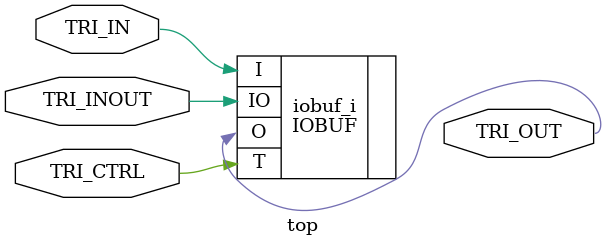
<source format=v>
`timescale 1ns / 1ps

module top(
    input TRI_IN,
    output TRI_OUT,
    input TRI_CTRL,
    inout TRI_INOUT
);

   IOBUF iobuf_i (
    .I(TRI_IN),
    .IO(TRI_INOUT),
    .O(TRI_OUT),
    .T(TRI_CTRL)
    );
endmodule 

</source>
